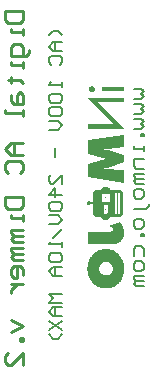
<source format=gbo>
%FSLAX24Y24*%
%MOIN*%
G70*
G01*
G75*
G04 Layer_Color=32896*
%ADD10R,0.1024X0.0433*%
%ADD11R,0.0512X0.0591*%
%ADD12R,0.0591X0.0984*%
%ADD13R,0.2205X0.2677*%
%ADD14R,0.0591X0.0512*%
%ADD15R,0.0709X0.0906*%
%ADD16R,0.0551X0.0669*%
%ADD17C,0.0600*%
%ADD18C,0.0300*%
%ADD19C,0.0120*%
%ADD20C,0.0160*%
%ADD21C,0.1654*%
%ADD22C,0.0630*%
%ADD23R,0.0630X0.0630*%
%ADD24C,0.0709*%
%ADD25R,0.0709X0.0709*%
%ADD26C,0.0320*%
%ADD27C,0.0098*%
%ADD28C,0.0236*%
%ADD29C,0.0100*%
%ADD30C,0.0079*%
%ADD31C,0.0080*%
%ADD32C,0.0080*%
%ADD33C,0.0060*%
%ADD34C,0.0070*%
G36*
X9173Y11722D02*
X8447D01*
Y11862D01*
X9173D01*
Y11722D01*
D02*
G37*
G36*
X8636Y6465D02*
X8685Y6459D01*
X8728Y6452D01*
X8767Y6442D01*
X8798Y6432D01*
X8810Y6428D01*
X8822Y6424D01*
X8829Y6420D01*
X8835Y6418D01*
X8839Y6416D01*
X8841D01*
X8882Y6395D01*
X8917Y6372D01*
X8951Y6348D01*
X8978Y6327D01*
X9001Y6307D01*
X9019Y6289D01*
X9029Y6280D01*
X9031Y6276D01*
X9033D01*
X9060Y6241D01*
X9083Y6206D01*
X9105Y6170D01*
X9120Y6137D01*
X9134Y6110D01*
X9144Y6086D01*
X9148Y6079D01*
X9150Y6073D01*
X9152Y6069D01*
Y6067D01*
X9165Y6020D01*
X9175Y5975D01*
X9183Y5932D01*
X9187Y5893D01*
X9191Y5858D01*
Y5844D01*
X9193Y5832D01*
Y5823D01*
Y5815D01*
Y5811D01*
Y5809D01*
X9191Y5760D01*
X9187Y5713D01*
X9179Y5670D01*
X9171Y5631D01*
X9165Y5600D01*
X9161Y5586D01*
X9158Y5577D01*
X9156Y5567D01*
X9154Y5561D01*
X9152Y5557D01*
Y5555D01*
X9134Y5512D01*
X9117Y5471D01*
X9095Y5436D01*
X9078Y5405D01*
X9060Y5379D01*
X9046Y5362D01*
X9036Y5350D01*
X9033Y5346D01*
X9001Y5315D01*
X8968Y5286D01*
X8937Y5262D01*
X8908Y5241D01*
X8880Y5225D01*
X8861Y5213D01*
X8851Y5209D01*
X8845Y5206D01*
X8843Y5204D01*
X8841D01*
X8798Y5186D01*
X8753Y5172D01*
X8710Y5165D01*
X8669Y5157D01*
X8634Y5153D01*
X8621D01*
X8607Y5151D01*
X8583D01*
X8533Y5153D01*
X8484Y5159D01*
X8441Y5168D01*
X8404Y5176D01*
X8372Y5186D01*
X8361Y5192D01*
X8349Y5196D01*
X8341Y5198D01*
X8335Y5202D01*
X8331Y5204D01*
X8330D01*
X8288Y5225D01*
X8251Y5249D01*
X8218Y5272D01*
X8191Y5295D01*
X8167Y5315D01*
X8150Y5331D01*
X8140Y5342D01*
X8136Y5344D01*
Y5346D01*
X8107Y5379D01*
X8083Y5417D01*
X8062Y5452D01*
X8044Y5483D01*
X8029Y5512D01*
X8019Y5536D01*
X8015Y5543D01*
X8013Y5549D01*
X8011Y5553D01*
Y5555D01*
X7996Y5600D01*
X7986Y5645D01*
X7978Y5688D01*
X7972Y5727D01*
X7968Y5760D01*
Y5774D01*
X7966Y5786D01*
Y5795D01*
Y5803D01*
Y5807D01*
Y5809D01*
X7968Y5860D01*
X7974Y5907D01*
X7980Y5950D01*
X7988Y5989D01*
X7997Y6022D01*
X8001Y6034D01*
X8003Y6045D01*
X8007Y6055D01*
X8009Y6061D01*
X8011Y6065D01*
Y6067D01*
X8029Y6110D01*
X8050Y6149D01*
X8070Y6186D01*
X8091Y6215D01*
X8109Y6241D01*
X8123Y6260D01*
X8132Y6272D01*
X8136Y6274D01*
Y6276D01*
X8167Y6307D01*
X8201Y6334D01*
X8232Y6360D01*
X8263Y6379D01*
X8288Y6395D01*
X8310Y6407D01*
X8318Y6411D01*
X8324Y6414D01*
X8328Y6416D01*
X8330D01*
X8372Y6434D01*
X8417Y6446D01*
X8460Y6456D01*
X8499Y6461D01*
X8533Y6465D01*
X8546D01*
X8560Y6467D01*
X8583D01*
X8636Y6465D01*
D02*
G37*
G36*
X9083Y7348D02*
X9103Y7321D01*
X9119Y7293D01*
X9132Y7266D01*
X9142Y7245D01*
X9152Y7227D01*
X9156Y7215D01*
X9158Y7213D01*
Y7211D01*
X9169Y7176D01*
X9177Y7141D01*
X9185Y7110D01*
X9189Y7082D01*
X9191Y7057D01*
X9193Y7039D01*
Y7028D01*
Y7026D01*
Y7024D01*
X9191Y6991D01*
X9189Y6959D01*
X9183Y6932D01*
X9177Y6909D01*
X9173Y6887D01*
X9167Y6873D01*
X9165Y6864D01*
X9163Y6860D01*
X9152Y6832D01*
X9138Y6809D01*
X9124Y6788D01*
X9111Y6768D01*
X9099Y6754D01*
X9089Y6743D01*
X9081Y6735D01*
X9079Y6733D01*
X9058Y6713D01*
X9036Y6696D01*
X9015Y6682D01*
X8994Y6670D01*
X8976Y6661D01*
X8962Y6655D01*
X8954Y6651D01*
X8951Y6649D01*
X8921Y6639D01*
X8894Y6631D01*
X8867Y6625D01*
X8841Y6622D01*
X8820Y6620D01*
X8802Y6618D01*
X7986D01*
Y7039D01*
X8708D01*
X8722Y7041D01*
X8732Y7043D01*
X8736D01*
X8751Y7045D01*
X8765Y7049D01*
X8773Y7051D01*
X8777Y7053D01*
X8790Y7059D01*
X8800Y7067D01*
X8808Y7073D01*
X8810Y7075D01*
X8816Y7088D01*
X8820Y7100D01*
X8822Y7112D01*
Y7114D01*
Y7116D01*
X8820Y7133D01*
X8816Y7147D01*
X8812Y7157D01*
X8810Y7161D01*
X8800Y7172D01*
X8790Y7182D01*
X8783Y7190D01*
X8781Y7192D01*
X8767Y7200D01*
X8755Y7207D01*
X8745Y7211D01*
X8742Y7213D01*
X8726Y7219D01*
X8710Y7225D01*
X8701Y7229D01*
X8699Y7231D01*
X8697D01*
X9064Y7375D01*
X9083Y7348D01*
D02*
G37*
G36*
X8626Y8535D02*
X8630Y8533D01*
X8632Y8532D01*
X8634D01*
X8638Y8528D01*
X8640Y8522D01*
Y8520D01*
Y8518D01*
Y8489D01*
X8683D01*
X8693Y8487D01*
X8701Y8485D01*
X8706Y8483D01*
X8708D01*
X8714Y8479D01*
X8718Y8473D01*
X8720Y8471D01*
Y8469D01*
Y8434D01*
X9038D01*
X9056Y8432D01*
X9072Y8428D01*
X9083Y8426D01*
X9085Y8424D01*
X9087D01*
X9103Y8414D01*
X9117Y8405D01*
X9124Y8397D01*
X9128Y8395D01*
X9140Y8381D01*
X9148Y8367D01*
X9154Y8358D01*
X9156Y8356D01*
Y8354D01*
X9161Y8336D01*
X9163Y8319D01*
X9165Y8307D01*
Y8305D01*
Y8303D01*
Y7678D01*
X9163Y7657D01*
X9160Y7637D01*
X9154Y7621D01*
X9146Y7606D01*
X9140Y7596D01*
X9134Y7586D01*
X9130Y7582D01*
X9128Y7580D01*
X9113Y7567D01*
X9097Y7557D01*
X9083Y7551D01*
X9068Y7545D01*
X9056Y7543D01*
X9046Y7541D01*
X8720D01*
Y7500D01*
X8718Y7496D01*
X8714Y7493D01*
X8710Y7491D01*
X8708Y7489D01*
X8699Y7485D01*
X8691Y7481D01*
X8640D01*
Y7452D01*
X8638Y7446D01*
X8636Y7442D01*
X8634Y7438D01*
X8630Y7434D01*
X8626Y7432D01*
X8503D01*
X8497Y7434D01*
X8496Y7436D01*
X8494Y7438D01*
X8490Y7442D01*
X8486Y7448D01*
Y7450D01*
Y7452D01*
Y7481D01*
X8466D01*
X8456Y7483D01*
X8449Y7485D01*
X8445Y7487D01*
X8443Y7489D01*
X8435Y7495D01*
X8433Y7496D01*
X8431Y7500D01*
Y7541D01*
X8283D01*
X8265Y7543D01*
X8249Y7547D01*
X8238Y7551D01*
X8236Y7553D01*
X8234D01*
X8216Y7561D01*
X8203Y7571D01*
X8195Y7577D01*
X8191Y7580D01*
X8177Y7594D01*
X8167Y7608D01*
X8162Y7619D01*
X8160Y7621D01*
Y7623D01*
X8152Y7643D01*
X8148Y7660D01*
X8146Y7668D01*
Y7672D01*
Y7676D01*
Y7678D01*
Y7979D01*
X8078D01*
X8072Y7963D01*
X8064Y7951D01*
X8056Y7946D01*
X8054Y7944D01*
X8039Y7936D01*
X8027Y7932D01*
X8017Y7930D01*
X8013D01*
X7994Y7934D01*
X7980Y7940D01*
X7970Y7946D01*
X7966Y7950D01*
X7958Y7957D01*
X7955Y7965D01*
X7947Y7981D01*
X7945Y7993D01*
Y7996D01*
Y7998D01*
Y8008D01*
X7949Y8018D01*
X7955Y8032D01*
X7962Y8041D01*
X7964Y8045D01*
X7966D01*
X7982Y8057D01*
X7997Y8063D01*
X8009Y8065D01*
X8013D01*
X8029Y8063D01*
X8042Y8059D01*
X8050Y8055D01*
X8054Y8053D01*
X8066Y8043D01*
X8074Y8034D01*
X8078Y8028D01*
X8080Y8026D01*
X8146D01*
Y8303D01*
X8148Y8323D01*
X8152Y8338D01*
X8158Y8350D01*
X8160Y8352D01*
Y8354D01*
X8169Y8369D01*
X8179Y8383D01*
X8187Y8391D01*
X8191Y8395D01*
X8205Y8407D01*
X8218Y8416D01*
X8230Y8422D01*
X8232Y8424D01*
X8234D01*
X8251Y8430D01*
X8267Y8432D01*
X8279Y8434D01*
X8431D01*
Y8469D01*
X8433Y8475D01*
X8437Y8479D01*
X8441Y8481D01*
X8443Y8483D01*
X8451Y8487D01*
X8458Y8489D01*
X8486D01*
Y8518D01*
X8488Y8524D01*
X8490Y8528D01*
X8492Y8530D01*
X8494Y8532D01*
X8499Y8535D01*
X8503Y8537D01*
X8622D01*
X8626Y8535D01*
D02*
G37*
G36*
X9173Y9860D02*
X8667Y9809D01*
X8640Y9807D01*
X8617Y9805D01*
X8609Y9803D01*
X8595D01*
X8570Y9801D01*
X8546Y9799D01*
X8537D01*
X8529Y9797D01*
X8523D01*
Y9783D01*
X8550Y9780D01*
X8576Y9778D01*
X8585Y9776D01*
X8593Y9774D01*
X8599D01*
X8624Y9768D01*
X8648Y9762D01*
X8658Y9760D01*
X8665Y9758D01*
X8669Y9756D01*
X8671D01*
X9173Y9602D01*
Y9350D01*
X8642Y9178D01*
X8621Y9172D01*
X8601Y9166D01*
X8595Y9164D01*
X8589D01*
X8585Y9162D01*
X8583D01*
X8562Y9158D01*
X8542Y9153D01*
X8535Y9151D01*
X8529D01*
X8525Y9149D01*
X8523D01*
Y9141D01*
X9173Y9084D01*
Y8666D01*
X7986Y8862D01*
Y9301D01*
X8453Y9436D01*
X8482Y9442D01*
X8507Y9448D01*
X8517Y9449D01*
X8525Y9451D01*
X8531Y9453D01*
X8533D01*
X8562Y9457D01*
X8585Y9461D01*
X8597Y9463D01*
X8605D01*
X8609Y9465D01*
X8611D01*
Y9477D01*
X7986Y9639D01*
Y10084D01*
X9173Y10276D01*
Y9860D01*
D02*
G37*
G36*
Y11351D02*
X8302D01*
X9220Y10472D01*
X8003D01*
Y10618D01*
X8869D01*
X7949Y11497D01*
X9173D01*
Y11351D01*
D02*
G37*
G36*
X8132Y11888D02*
X8144Y11886D01*
X8165Y11876D01*
X8173Y11870D01*
X8179Y11866D01*
X8183Y11864D01*
X8185Y11862D01*
X8193Y11851D01*
X8199Y11841D01*
X8206Y11817D01*
X8208Y11808D01*
X8210Y11800D01*
Y11796D01*
Y11794D01*
X8208Y11778D01*
X8206Y11767D01*
X8197Y11745D01*
X8193Y11737D01*
X8189Y11730D01*
X8187Y11728D01*
X8185Y11726D01*
X8173Y11716D01*
X8164Y11708D01*
X8152Y11704D01*
X8140Y11700D01*
X8130Y11698D01*
X8123Y11696D01*
X8117D01*
X8101Y11698D01*
X8087Y11700D01*
X8066Y11710D01*
X8058Y11716D01*
X8052Y11722D01*
X8048Y11724D01*
X8046Y11726D01*
X8037Y11735D01*
X8029Y11747D01*
X8025Y11759D01*
X8021Y11771D01*
X8019Y11780D01*
X8017Y11786D01*
Y11792D01*
Y11794D01*
X8019Y11810D01*
X8021Y11821D01*
X8031Y11843D01*
X8037Y11851D01*
X8042Y11857D01*
X8044Y11860D01*
X8046Y11862D01*
X8058Y11872D01*
X8070Y11878D01*
X8093Y11886D01*
X8103Y11888D01*
X8109Y11890D01*
X8117D01*
X8132Y11888D01*
D02*
G37*
%LPC*%
G36*
X8599Y6032D02*
X8589D01*
X8556Y6030D01*
X8540Y6026D01*
X8527Y6024D01*
X8517Y6020D01*
X8509Y6018D01*
X8503Y6016D01*
X8501D01*
X8472Y6002D01*
X8458Y5995D01*
X8449Y5989D01*
X8439Y5983D01*
X8433Y5977D01*
X8429Y5975D01*
X8427Y5973D01*
X8406Y5950D01*
X8390Y5926D01*
X8384Y5916D01*
X8380Y5909D01*
X8376Y5905D01*
Y5903D01*
X8365Y5872D01*
X8359Y5840D01*
X8357Y5829D01*
Y5819D01*
Y5811D01*
Y5809D01*
X8361Y5774D01*
X8363Y5758D01*
X8367Y5745D01*
X8371Y5733D01*
X8372Y5725D01*
X8376Y5719D01*
Y5717D01*
X8392Y5690D01*
X8408Y5668D01*
X8415Y5661D01*
X8421Y5653D01*
X8425Y5651D01*
X8427Y5649D01*
X8453Y5629D01*
X8476Y5616D01*
X8486Y5610D01*
X8494Y5606D01*
X8499Y5604D01*
X8501D01*
X8533Y5594D01*
X8560Y5588D01*
X8572Y5586D01*
X8589D01*
X8626Y5588D01*
X8660Y5596D01*
X8687Y5606D01*
X8710Y5618D01*
X8730Y5629D01*
X8744Y5639D01*
X8751Y5647D01*
X8755Y5649D01*
X8777Y5674D01*
X8790Y5700D01*
X8802Y5727D01*
X8810Y5752D01*
X8814Y5774D01*
X8816Y5793D01*
X8818Y5805D01*
Y5807D01*
Y5809D01*
X8816Y5844D01*
X8808Y5875D01*
X8798Y5905D01*
X8787Y5928D01*
X8775Y5946D01*
X8765Y5959D01*
X8757Y5967D01*
X8755Y5971D01*
X8730Y5991D01*
X8703Y6006D01*
X8675Y6016D01*
X8648Y6024D01*
X8624Y6028D01*
X8607Y6030D01*
X8599Y6032D01*
D02*
G37*
G36*
X9046Y8325D02*
X8980D01*
Y7645D01*
X9046D01*
Y8325D01*
D02*
G37*
G36*
X8704Y8313D02*
X8466D01*
X8464Y8311D01*
Y8309D01*
Y8307D01*
Y8305D01*
Y8053D01*
Y8049D01*
Y8045D01*
X8466D01*
X8468Y8043D01*
X8701D01*
X8703Y8045D01*
X8704D01*
X8706Y8047D01*
X8708Y8049D01*
Y8051D01*
Y8053D01*
Y8305D01*
Y8309D01*
X8706Y8311D01*
X8704Y8313D01*
D02*
G37*
G36*
X8634Y7928D02*
X8531D01*
X8527Y7926D01*
X8525Y7922D01*
Y7920D01*
Y7918D01*
Y7657D01*
X8531Y7655D01*
X8533Y7653D01*
X8537Y7649D01*
X8542Y7645D01*
X8622D01*
X8626Y7647D01*
X8630Y7649D01*
X8632Y7651D01*
X8634Y7653D01*
X8638Y7655D01*
X8640Y7657D01*
Y7918D01*
X8638Y7922D01*
X8636Y7926D01*
X8634Y7928D01*
D02*
G37*
G36*
X8949Y8325D02*
X8880D01*
Y7645D01*
X8949Y7647D01*
Y8325D01*
D02*
G37*
%LPD*%
G36*
X8601Y8159D02*
X8554D01*
Y8209D01*
X8601D01*
Y8159D01*
D02*
G37*
G36*
Y7764D02*
X8554D01*
Y7813D01*
X8601D01*
Y7764D01*
D02*
G37*
D29*
X5227Y14409D02*
X5827D01*
Y14110D01*
X5727Y14010D01*
X5327D01*
X5227Y14110D01*
Y14409D01*
X5827Y13810D02*
Y13610D01*
Y13710D01*
X5427D01*
Y13810D01*
X6027Y13110D02*
Y13010D01*
X5927Y12910D01*
X5427D01*
Y13210D01*
X5527Y13310D01*
X5727D01*
X5827Y13210D01*
Y12910D01*
Y12710D02*
Y12510D01*
Y12610D01*
X5427D01*
Y12710D01*
X5327Y12110D02*
X5427D01*
Y12210D01*
Y12010D01*
Y12110D01*
X5727D01*
X5827Y12010D01*
X5427Y11610D02*
Y11410D01*
X5527Y11310D01*
X5827D01*
Y11610D01*
X5727Y11710D01*
X5627Y11610D01*
Y11310D01*
X5827Y11110D02*
Y10911D01*
Y11011D01*
X5227D01*
Y11110D01*
X5827Y10011D02*
X5427D01*
X5227Y9811D01*
X5427Y9611D01*
X5827D01*
X5527D01*
Y10011D01*
X5327Y9011D02*
X5227Y9111D01*
Y9311D01*
X5327Y9411D01*
X5727D01*
X5827Y9311D01*
Y9111D01*
X5727Y9011D01*
X5227Y8211D02*
X5827D01*
Y7912D01*
X5727Y7812D01*
X5327D01*
X5227Y7912D01*
Y8211D01*
X5827Y7612D02*
Y7412D01*
Y7512D01*
X5427D01*
Y7612D01*
X5827Y7112D02*
X5427D01*
Y7012D01*
X5527Y6912D01*
X5827D01*
X5527D01*
X5427Y6812D01*
X5527Y6712D01*
X5827D01*
Y6512D02*
X5427D01*
Y6412D01*
X5527Y6312D01*
X5827D01*
X5527D01*
X5427Y6212D01*
X5527Y6112D01*
X5827D01*
Y5612D02*
Y5812D01*
X5727Y5912D01*
X5527D01*
X5427Y5812D01*
Y5612D01*
X5527Y5512D01*
X5627D01*
Y5912D01*
X5427Y5312D02*
X5827D01*
X5627D01*
X5527Y5212D01*
X5427Y5112D01*
Y5012D01*
Y4113D02*
X5827Y3913D01*
X5427Y3713D01*
X5827Y3513D02*
X5727D01*
Y3413D01*
X5827D01*
Y3513D01*
Y2613D02*
Y3013D01*
X5427Y2613D01*
X5327D01*
X5227Y2713D01*
Y2913D01*
X5327Y3013D01*
D31*
X7126Y13590D02*
X6976Y13740D01*
X6826D01*
X6676Y13590D01*
X7126Y13365D02*
X6826D01*
X6676Y13215D01*
X6826Y13065D01*
X7126D01*
X6901D01*
Y13365D01*
X6751Y12615D02*
X6676Y12690D01*
Y12840D01*
X6751Y12915D01*
X7051D01*
X7126Y12840D01*
Y12690D01*
X7051Y12615D01*
X7126Y12016D02*
Y11866D01*
Y11941D01*
X6676D01*
X6751Y12016D01*
Y11641D02*
X6676Y11566D01*
Y11416D01*
X6751Y11341D01*
X7051D01*
X7126Y11416D01*
Y11566D01*
X7051Y11641D01*
X6751D01*
Y11191D02*
X6676Y11116D01*
Y10966D01*
X6751Y10891D01*
X7051D01*
X7126Y10966D01*
Y11116D01*
X7051Y11191D01*
X6751D01*
X6676Y10741D02*
X6976D01*
X7126Y10591D01*
X6976Y10441D01*
X6676D01*
X6901Y9841D02*
Y9541D01*
X7126Y8642D02*
Y8942D01*
X6826Y8642D01*
X6751D01*
X6676Y8717D01*
Y8867D01*
X6751Y8942D01*
X7126Y8267D02*
X6676D01*
X6901Y8492D01*
Y8192D01*
X6751Y8042D02*
X6676Y7967D01*
Y7817D01*
X6751Y7742D01*
X7051D01*
X7126Y7817D01*
Y7967D01*
X7051Y8042D01*
X6751D01*
X6676Y7592D02*
X6976D01*
X7126Y7442D01*
X6976Y7292D01*
X6676D01*
X7126Y7142D02*
X6826Y6842D01*
X7126Y6692D02*
Y6542D01*
Y6617D01*
X6676D01*
X6751Y6692D01*
Y6318D02*
X6676Y6243D01*
Y6093D01*
X6751Y6018D01*
X7051D01*
X7126Y6093D01*
Y6243D01*
X7051Y6318D01*
X6751D01*
X7126Y5868D02*
X6826D01*
X6676Y5718D01*
X6826Y5568D01*
X7126D01*
X6901D01*
Y5868D01*
X7126Y4968D02*
X6676D01*
X6826Y4818D01*
X6676Y4668D01*
X7126D01*
Y4518D02*
X6826D01*
X6676Y4368D01*
X6826Y4218D01*
X7126D01*
X6901D01*
Y4518D01*
X6676Y4068D02*
X7126Y3768D01*
X6676D02*
X7126Y4068D01*
Y3618D02*
X6976Y3468D01*
X6826D01*
X6676Y3618D01*
D34*
X9509Y11811D02*
X9759D01*
X9843Y11728D01*
X9759Y11644D01*
X9843Y11561D01*
X9759Y11478D01*
X9509D01*
Y11311D02*
X9759D01*
X9843Y11228D01*
X9759Y11145D01*
X9843Y11061D01*
X9759Y10978D01*
X9509D01*
Y10811D02*
X9759D01*
X9843Y10728D01*
X9759Y10645D01*
X9843Y10561D01*
X9759Y10478D01*
X9509D01*
X9843Y10311D02*
X9759D01*
Y10228D01*
X9843D01*
Y10311D01*
Y9895D02*
Y9728D01*
Y9812D01*
X9509D01*
Y9895D01*
X9843Y9478D02*
X9509D01*
Y9229D01*
X9593Y9145D01*
X9843D01*
Y8979D02*
X9509D01*
Y8895D01*
X9593Y8812D01*
X9843D01*
X9593D01*
X9509Y8729D01*
X9593Y8645D01*
X9843D01*
Y8395D02*
Y8229D01*
X9759Y8146D01*
X9593D01*
X9509Y8229D01*
Y8395D01*
X9593Y8479D01*
X9759D01*
X9843Y8395D01*
X10009Y7979D02*
Y7896D01*
X9926Y7812D01*
X9509D01*
X9843Y7396D02*
Y7229D01*
X9759Y7146D01*
X9593D01*
X9509Y7229D01*
Y7396D01*
X9593Y7479D01*
X9759D01*
X9843Y7396D01*
Y6979D02*
X9759D01*
Y6896D01*
X9843D01*
Y6979D01*
X9509Y6229D02*
Y6479D01*
X9593Y6563D01*
X9759D01*
X9843Y6479D01*
Y6229D01*
Y5980D02*
Y5813D01*
X9759Y5730D01*
X9593D01*
X9509Y5813D01*
Y5980D01*
X9593Y6063D01*
X9759D01*
X9843Y5980D01*
Y5563D02*
X9509D01*
Y5480D01*
X9593Y5396D01*
X9843D01*
X9593D01*
X9509Y5313D01*
X9593Y5230D01*
X9843D01*
M02*

</source>
